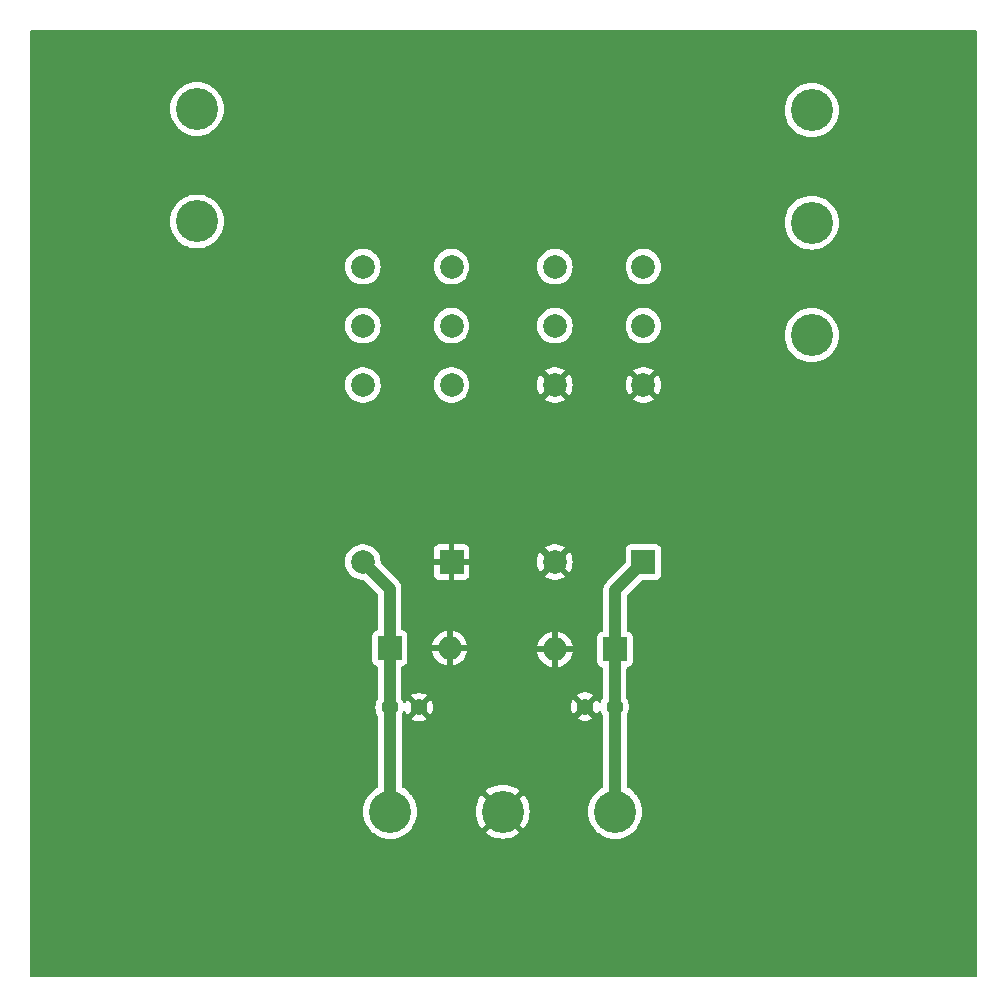
<source format=gbr>
%TF.GenerationSoftware,KiCad,Pcbnew,7.0.7+dfsg-1*%
%TF.CreationDate,2023-09-26T20:47:15-04:00*%
%TF.ProjectId,Relaybox,52656c61-7962-46f7-982e-6b696361645f,v1*%
%TF.SameCoordinates,Original*%
%TF.FileFunction,Copper,L2,Bot*%
%TF.FilePolarity,Positive*%
%FSLAX46Y46*%
G04 Gerber Fmt 4.6, Leading zero omitted, Abs format (unit mm)*
G04 Created by KiCad (PCBNEW 7.0.7+dfsg-1) date 2023-09-26 20:47:15*
%MOMM*%
%LPD*%
G01*
G04 APERTURE LIST*
%TA.AperFunction,ComponentPad*%
%ADD10C,1.400000*%
%TD*%
%TA.AperFunction,ComponentPad*%
%ADD11C,3.556000*%
%TD*%
%TA.AperFunction,ComponentPad*%
%ADD12R,2.000000X2.000000*%
%TD*%
%TA.AperFunction,ComponentPad*%
%ADD13C,2.000000*%
%TD*%
%TA.AperFunction,ComponentPad*%
%ADD14O,2.000000X2.000000*%
%TD*%
%TA.AperFunction,Conductor*%
%ADD15C,1.000000*%
%TD*%
G04 APERTURE END LIST*
D10*
%TO.P,C2,1*%
%TO.N,Net-(D1-A)*%
X123700000Y-121050000D03*
%TO.P,C2,2*%
%TO.N,Net-(D2-K)*%
X126200000Y-121050000D03*
%TD*%
D11*
%TO.P,J3,1,Pin_1*%
%TO.N,Net-(J3-Pin_1)*%
X142900000Y-89600000D03*
%TO.P,J3,2,Pin_2*%
%TO.N,Net-(J3-Pin_2)*%
X142900000Y-80075000D03*
%TO.P,J3,3,Pin_3*%
%TO.N,Net-(J2-Pin_2)*%
X142900000Y-70550000D03*
%TD*%
%TO.P,J2,1,Pin_1*%
%TO.N,Net-(J2-Pin_1)*%
X90845000Y-79972000D03*
%TO.P,J2,2,Pin_2*%
%TO.N,Net-(J2-Pin_2)*%
X90845000Y-70447000D03*
%TD*%
D12*
%TO.P,K2,1*%
%TO.N,Net-(D2-K)*%
X128650000Y-108800000D03*
D13*
%TO.P,K2,2*%
%TO.N,Net-(D1-A)*%
X128650000Y-93800000D03*
X121150000Y-93800000D03*
%TO.P,K2,3*%
%TO.N,Net-(J3-Pin_2)*%
X128650000Y-88800000D03*
X121150000Y-88800000D03*
%TO.P,K2,4*%
%TO.N,Net-(J2-Pin_2)*%
X128650000Y-83800000D03*
X121150000Y-83800000D03*
%TO.P,K2,8*%
%TO.N,Net-(D1-A)*%
X121150000Y-108800000D03*
%TD*%
D11*
%TO.P,J1,1,Pin_1*%
%TO.N,Net-(D1-K)*%
X107200000Y-129950000D03*
%TO.P,J1,2,Pin_2*%
%TO.N,Net-(D1-A)*%
X116725000Y-129950000D03*
%TO.P,J1,3,Pin_3*%
%TO.N,Net-(D2-K)*%
X126250000Y-129950000D03*
%TD*%
D12*
%TO.P,D1,1,K*%
%TO.N,Net-(D1-K)*%
X107160000Y-116100000D03*
D14*
%TO.P,D1,2,A*%
%TO.N,Net-(D1-A)*%
X112240000Y-116100000D03*
%TD*%
D10*
%TO.P,C1,1*%
%TO.N,Net-(D1-A)*%
X109650000Y-121100000D03*
%TO.P,C1,2*%
%TO.N,Net-(D1-K)*%
X107150000Y-121100000D03*
%TD*%
D12*
%TO.P,D2,1,K*%
%TO.N,Net-(D2-K)*%
X126240000Y-116200000D03*
D14*
%TO.P,D2,2,A*%
%TO.N,Net-(D1-A)*%
X121160000Y-116200000D03*
%TD*%
D12*
%TO.P,K1,1*%
%TO.N,Net-(D1-A)*%
X112400000Y-108800000D03*
D13*
%TO.P,K1,2*%
%TO.N,Net-(J2-Pin_2)*%
X112400000Y-93800000D03*
X104900000Y-93800000D03*
%TO.P,K1,3*%
%TO.N,Net-(J2-Pin_1)*%
X112400000Y-88800000D03*
X104900000Y-88800000D03*
%TO.P,K1,4*%
%TO.N,Net-(J3-Pin_1)*%
X112400000Y-83800000D03*
X104900000Y-83800000D03*
%TO.P,K1,8*%
%TO.N,Net-(D1-K)*%
X104900000Y-108800000D03*
%TD*%
D15*
%TO.N,Net-(D1-K)*%
X107200000Y-121150000D02*
X107150000Y-121100000D01*
X107150000Y-116110000D02*
X107160000Y-116100000D01*
X107200000Y-129950000D02*
X107200000Y-121150000D01*
X107160000Y-116100000D02*
X107160000Y-111060000D01*
X107160000Y-111060000D02*
X104900000Y-108800000D01*
X107150000Y-121100000D02*
X107150000Y-116110000D01*
%TO.N,Net-(D2-K)*%
X126240000Y-116200000D02*
X126240000Y-111210000D01*
X126200000Y-121050000D02*
X126200000Y-116240000D01*
X126250000Y-121100000D02*
X126200000Y-121050000D01*
X126200000Y-116240000D02*
X126240000Y-116200000D01*
X126250000Y-129950000D02*
X126250000Y-121100000D01*
X126240000Y-111210000D02*
X128650000Y-108800000D01*
%TD*%
%TA.AperFunction,Conductor*%
%TO.N,Net-(D1-A)*%
G36*
X156842539Y-63770185D02*
G01*
X156888294Y-63822989D01*
X156899500Y-63874500D01*
X156899500Y-143825500D01*
X156879815Y-143892539D01*
X156827011Y-143938294D01*
X156775500Y-143949500D01*
X76824500Y-143949500D01*
X76757461Y-143929815D01*
X76711706Y-143877011D01*
X76700500Y-143825500D01*
X76700500Y-108800005D01*
X103394357Y-108800005D01*
X103414890Y-109047812D01*
X103414892Y-109047824D01*
X103475936Y-109288881D01*
X103575826Y-109516606D01*
X103711833Y-109724782D01*
X103711836Y-109724785D01*
X103880256Y-109907738D01*
X104076491Y-110060474D01*
X104076493Y-110060475D01*
X104294332Y-110178364D01*
X104295190Y-110178828D01*
X104483136Y-110243350D01*
X104528964Y-110259083D01*
X104530386Y-110259571D01*
X104775665Y-110300500D01*
X104934217Y-110300500D01*
X105001256Y-110320185D01*
X105021898Y-110336819D01*
X106123180Y-111438101D01*
X106156665Y-111499424D01*
X106159499Y-111525782D01*
X106159499Y-114483023D01*
X106139814Y-114550062D01*
X106087010Y-114595817D01*
X106059865Y-114603266D01*
X106060068Y-114604124D01*
X106052520Y-114605907D01*
X105917671Y-114656202D01*
X105917664Y-114656206D01*
X105802455Y-114742452D01*
X105802452Y-114742455D01*
X105716206Y-114857664D01*
X105716202Y-114857671D01*
X105665908Y-114992517D01*
X105659501Y-115052116D01*
X105659501Y-115052123D01*
X105659500Y-115052135D01*
X105659500Y-117147870D01*
X105659501Y-117147876D01*
X105665908Y-117207483D01*
X105716202Y-117342328D01*
X105716206Y-117342335D01*
X105802452Y-117457544D01*
X105802455Y-117457547D01*
X105917664Y-117543793D01*
X105917671Y-117543797D01*
X105954529Y-117557544D01*
X106052517Y-117594091D01*
X106052531Y-117594092D01*
X106054003Y-117594441D01*
X106055044Y-117595033D01*
X106059785Y-117596802D01*
X106059498Y-117597569D01*
X106114722Y-117629008D01*
X106147115Y-117690916D01*
X106149500Y-117715121D01*
X106149500Y-120391229D01*
X106129815Y-120458268D01*
X106125234Y-120464837D01*
X106124944Y-120465305D01*
X106025775Y-120664461D01*
X106025769Y-120664476D01*
X105964885Y-120878462D01*
X105964884Y-120878464D01*
X105944357Y-121099999D01*
X105944357Y-121100000D01*
X105964884Y-121321535D01*
X105964885Y-121321537D01*
X106025769Y-121535523D01*
X106025775Y-121535538D01*
X106124938Y-121734683D01*
X106124943Y-121734691D01*
X106174454Y-121800253D01*
X106199146Y-121865614D01*
X106199500Y-121874980D01*
X106199499Y-127825789D01*
X106179814Y-127892828D01*
X106130344Y-127937001D01*
X106058307Y-127972526D01*
X105809959Y-128138467D01*
X105585399Y-128335399D01*
X105388467Y-128559959D01*
X105222530Y-128808300D01*
X105222523Y-128808313D01*
X105090431Y-129076168D01*
X105090422Y-129076189D01*
X104994418Y-129359007D01*
X104994414Y-129359022D01*
X104936148Y-129651947D01*
X104936144Y-129651974D01*
X104916611Y-129949992D01*
X104916611Y-129950007D01*
X104936144Y-130248025D01*
X104936145Y-130248035D01*
X104936146Y-130248042D01*
X104936148Y-130248052D01*
X104994414Y-130540977D01*
X104994419Y-130540997D01*
X105090420Y-130823807D01*
X105090424Y-130823817D01*
X105160541Y-130966000D01*
X105222527Y-131091695D01*
X105388260Y-131339731D01*
X105388467Y-131340040D01*
X105585399Y-131564600D01*
X105760758Y-131718384D01*
X105809961Y-131761534D01*
X106058305Y-131927473D01*
X106188302Y-131991580D01*
X106326182Y-132059575D01*
X106326192Y-132059579D01*
X106609002Y-132155580D01*
X106609006Y-132155581D01*
X106609015Y-132155584D01*
X106901958Y-132213854D01*
X106930577Y-132215729D01*
X107199993Y-132233389D01*
X107200000Y-132233389D01*
X107200007Y-132233389D01*
X107438607Y-132217749D01*
X107498042Y-132213854D01*
X107790985Y-132155584D01*
X107792423Y-132155096D01*
X108073807Y-132059579D01*
X108073817Y-132059575D01*
X108074756Y-132059112D01*
X108341695Y-131927473D01*
X108590039Y-131761534D01*
X108814600Y-131564600D01*
X109011534Y-131340039D01*
X109177473Y-131091695D01*
X109309576Y-130823815D01*
X109309641Y-130823625D01*
X109405580Y-130540997D01*
X109405580Y-130540996D01*
X109405584Y-130540985D01*
X109463854Y-130248042D01*
X109467749Y-130188607D01*
X109483389Y-129950007D01*
X109483389Y-129950000D01*
X114442112Y-129950000D01*
X114461642Y-130247975D01*
X114461643Y-130247984D01*
X114519899Y-130540850D01*
X114519903Y-130540867D01*
X114615883Y-130823615D01*
X114615887Y-130823625D01*
X114747961Y-131091445D01*
X114913863Y-131339735D01*
X114945563Y-131375881D01*
X114945564Y-131375881D01*
X115746995Y-130574450D01*
X115808318Y-130540965D01*
X115878009Y-130545949D01*
X115930529Y-130583466D01*
X116003102Y-130671897D01*
X116091532Y-130744469D01*
X116130866Y-130802214D01*
X116132737Y-130872059D01*
X116100548Y-130928003D01*
X115299117Y-131729434D01*
X115299117Y-131729435D01*
X115335266Y-131761136D01*
X115335271Y-131761141D01*
X115583554Y-131927038D01*
X115851374Y-132059112D01*
X115851384Y-132059116D01*
X116134132Y-132155096D01*
X116134149Y-132155100D01*
X116427015Y-132213356D01*
X116427024Y-132213357D01*
X116725000Y-132232887D01*
X117022975Y-132213357D01*
X117022984Y-132213356D01*
X117315850Y-132155100D01*
X117315867Y-132155096D01*
X117598615Y-132059116D01*
X117598625Y-132059112D01*
X117866445Y-131927038D01*
X118114731Y-131761139D01*
X118150881Y-131729434D01*
X117349450Y-130928003D01*
X117315965Y-130866680D01*
X117320949Y-130796988D01*
X117358464Y-130744472D01*
X117446897Y-130671897D01*
X117519471Y-130583464D01*
X117577213Y-130544132D01*
X117647058Y-130542261D01*
X117703003Y-130574450D01*
X118504434Y-131375881D01*
X118536139Y-131339731D01*
X118702038Y-131091445D01*
X118834112Y-130823625D01*
X118834116Y-130823615D01*
X118930096Y-130540867D01*
X118930100Y-130540850D01*
X118988356Y-130247984D01*
X118988357Y-130247975D01*
X119007887Y-129950000D01*
X118988357Y-129652024D01*
X118988356Y-129652015D01*
X118930100Y-129359149D01*
X118930096Y-129359132D01*
X118834116Y-129076384D01*
X118834112Y-129076374D01*
X118702038Y-128808554D01*
X118536141Y-128560271D01*
X118536136Y-128560266D01*
X118504434Y-128524117D01*
X117703003Y-129325548D01*
X117641680Y-129359033D01*
X117571988Y-129354049D01*
X117519469Y-129316532D01*
X117446897Y-129228102D01*
X117358466Y-129155529D01*
X117319132Y-129097784D01*
X117317261Y-129027939D01*
X117349450Y-128971995D01*
X118150881Y-128170564D01*
X118150881Y-128170563D01*
X118114735Y-128138863D01*
X117866445Y-127972961D01*
X117598625Y-127840887D01*
X117598615Y-127840883D01*
X117315867Y-127744903D01*
X117315850Y-127744899D01*
X117022984Y-127686643D01*
X117022975Y-127686642D01*
X116724999Y-127667112D01*
X116427024Y-127686642D01*
X116427015Y-127686643D01*
X116134149Y-127744899D01*
X116134132Y-127744903D01*
X115851384Y-127840883D01*
X115851374Y-127840887D01*
X115583554Y-127972961D01*
X115335267Y-128138861D01*
X115335261Y-128138866D01*
X115299117Y-128170562D01*
X115299117Y-128170565D01*
X116100548Y-128971995D01*
X116134033Y-129033318D01*
X116129049Y-129103009D01*
X116091533Y-129155528D01*
X116003102Y-129228102D01*
X115930528Y-129316533D01*
X115872782Y-129355867D01*
X115802938Y-129357736D01*
X115746995Y-129325548D01*
X114945565Y-128524117D01*
X114945562Y-128524117D01*
X114913866Y-128560261D01*
X114913861Y-128560267D01*
X114747961Y-128808554D01*
X114615887Y-129076374D01*
X114615883Y-129076384D01*
X114519903Y-129359132D01*
X114519899Y-129359149D01*
X114461643Y-129652015D01*
X114461642Y-129652024D01*
X114442112Y-129950000D01*
X109483389Y-129950000D01*
X109483389Y-129949992D01*
X109463855Y-129651974D01*
X109463854Y-129651958D01*
X109405584Y-129359015D01*
X109309576Y-129076185D01*
X109288436Y-129033318D01*
X109177476Y-128808313D01*
X109177473Y-128808306D01*
X109011534Y-128559961D01*
X108968384Y-128510758D01*
X108814600Y-128335399D01*
X108590040Y-128138467D01*
X108590039Y-128138466D01*
X108341695Y-127972527D01*
X108341693Y-127972526D01*
X108269655Y-127937000D01*
X108218236Y-127889694D01*
X108200500Y-127825788D01*
X108200500Y-121712758D01*
X108213500Y-121657486D01*
X108225397Y-121633594D01*
X108274229Y-121535528D01*
X108280994Y-121511750D01*
X108318271Y-121452661D01*
X108381580Y-121423102D01*
X108450820Y-121432463D01*
X108504007Y-121477772D01*
X108519525Y-121511753D01*
X108526236Y-121535342D01*
X108526239Y-121535348D01*
X108625369Y-121734428D01*
X108641137Y-121755308D01*
X108641138Y-121755308D01*
X109149447Y-121247000D01*
X109210770Y-121213515D01*
X109280462Y-121218499D01*
X109336395Y-121260371D01*
X109340933Y-121266854D01*
X109343993Y-121271537D01*
X109376658Y-121321535D01*
X109388936Y-121340327D01*
X109424360Y-121367898D01*
X109488600Y-121417898D01*
X109529413Y-121474609D01*
X109533088Y-121544382D01*
X109500119Y-121603433D01*
X108996672Y-122106879D01*
X108996672Y-122106880D01*
X109112821Y-122178797D01*
X109112822Y-122178798D01*
X109320195Y-122259134D01*
X109538807Y-122300000D01*
X109761193Y-122300000D01*
X109979809Y-122259133D01*
X110187168Y-122178801D01*
X110187181Y-122178795D01*
X110303326Y-122106879D01*
X109796406Y-121599958D01*
X109762921Y-121538635D01*
X109767905Y-121468943D01*
X109809777Y-121413010D01*
X109825062Y-121403227D01*
X109867947Y-121380019D01*
X109947060Y-121294079D01*
X109950554Y-121286111D01*
X109995504Y-121232628D01*
X110062239Y-121211934D01*
X110129568Y-121230605D01*
X110151791Y-121248239D01*
X110658861Y-121755308D01*
X110674631Y-121734425D01*
X110674633Y-121734422D01*
X110773759Y-121535350D01*
X110834621Y-121321439D01*
X110855141Y-121100000D01*
X110855141Y-121099999D01*
X110850508Y-121050000D01*
X122494859Y-121050000D01*
X122515378Y-121271439D01*
X122576240Y-121485350D01*
X122675369Y-121684428D01*
X122691137Y-121705308D01*
X122691138Y-121705308D01*
X123199447Y-121197000D01*
X123260770Y-121163515D01*
X123330462Y-121168499D01*
X123386395Y-121210371D01*
X123390937Y-121216859D01*
X123436184Y-121286116D01*
X123438936Y-121290327D01*
X123479034Y-121321536D01*
X123538600Y-121367898D01*
X123579413Y-121424609D01*
X123583088Y-121494382D01*
X123550119Y-121553433D01*
X123046672Y-122056879D01*
X123046672Y-122056880D01*
X123162821Y-122128797D01*
X123162822Y-122128798D01*
X123370195Y-122209134D01*
X123588807Y-122250000D01*
X123811193Y-122250000D01*
X124029809Y-122209133D01*
X124237168Y-122128801D01*
X124237181Y-122128795D01*
X124353326Y-122056879D01*
X123846406Y-121549958D01*
X123812921Y-121488635D01*
X123817905Y-121418943D01*
X123859777Y-121363010D01*
X123875062Y-121353227D01*
X123917947Y-121330019D01*
X123997060Y-121244079D01*
X124000554Y-121236111D01*
X124045504Y-121182628D01*
X124112239Y-121161934D01*
X124179568Y-121180605D01*
X124201791Y-121198239D01*
X124708861Y-121705308D01*
X124724631Y-121684425D01*
X124724633Y-121684422D01*
X124823760Y-121485348D01*
X124823761Y-121485345D01*
X124830473Y-121461756D01*
X124867750Y-121402662D01*
X124931059Y-121373102D01*
X125000299Y-121382462D01*
X125053487Y-121427771D01*
X125069005Y-121461750D01*
X125075771Y-121485528D01*
X125075772Y-121485530D01*
X125075775Y-121485538D01*
X125174938Y-121684683D01*
X125174942Y-121684689D01*
X125224452Y-121750252D01*
X125249145Y-121815611D01*
X125249499Y-121824978D01*
X125249499Y-127825789D01*
X125229814Y-127892828D01*
X125180344Y-127937001D01*
X125108307Y-127972526D01*
X124859959Y-128138467D01*
X124635399Y-128335399D01*
X124438467Y-128559959D01*
X124272530Y-128808300D01*
X124272523Y-128808313D01*
X124140431Y-129076168D01*
X124140422Y-129076189D01*
X124044418Y-129359007D01*
X124044414Y-129359022D01*
X123986148Y-129651947D01*
X123986144Y-129651974D01*
X123966611Y-129949992D01*
X123966611Y-129950007D01*
X123986144Y-130248025D01*
X123986145Y-130248035D01*
X123986146Y-130248042D01*
X123986148Y-130248052D01*
X124044414Y-130540977D01*
X124044419Y-130540997D01*
X124140420Y-130823807D01*
X124140424Y-130823817D01*
X124210541Y-130966000D01*
X124272527Y-131091695D01*
X124438260Y-131339731D01*
X124438467Y-131340040D01*
X124635399Y-131564600D01*
X124810758Y-131718384D01*
X124859961Y-131761534D01*
X125108305Y-131927473D01*
X125238302Y-131991580D01*
X125376182Y-132059575D01*
X125376192Y-132059579D01*
X125659002Y-132155580D01*
X125659006Y-132155581D01*
X125659015Y-132155584D01*
X125951958Y-132213854D01*
X125980577Y-132215729D01*
X126249993Y-132233389D01*
X126250000Y-132233389D01*
X126250007Y-132233389D01*
X126488607Y-132217749D01*
X126548042Y-132213854D01*
X126840985Y-132155584D01*
X126842423Y-132155096D01*
X127123807Y-132059579D01*
X127123817Y-132059575D01*
X127124756Y-132059112D01*
X127391695Y-131927473D01*
X127640039Y-131761534D01*
X127864600Y-131564600D01*
X128061534Y-131340039D01*
X128227473Y-131091695D01*
X128359576Y-130823815D01*
X128359641Y-130823625D01*
X128455580Y-130540997D01*
X128455580Y-130540996D01*
X128455584Y-130540985D01*
X128513854Y-130248042D01*
X128517749Y-130188607D01*
X128533389Y-129950007D01*
X128533389Y-129949992D01*
X128513855Y-129651974D01*
X128513854Y-129651958D01*
X128455584Y-129359015D01*
X128359576Y-129076185D01*
X128338436Y-129033318D01*
X128227476Y-128808313D01*
X128227473Y-128808306D01*
X128061534Y-128559961D01*
X128018384Y-128510758D01*
X127864600Y-128335399D01*
X127640040Y-128138467D01*
X127640039Y-128138466D01*
X127391695Y-127972527D01*
X127391693Y-127972526D01*
X127319655Y-127937000D01*
X127268236Y-127889694D01*
X127250500Y-127825788D01*
X127250500Y-121662758D01*
X127263500Y-121607486D01*
X127324229Y-121485528D01*
X127385115Y-121271536D01*
X127405643Y-121050000D01*
X127402204Y-121012892D01*
X127385115Y-120828464D01*
X127385114Y-120828462D01*
X127382700Y-120819979D01*
X127324229Y-120614472D01*
X127322681Y-120611364D01*
X127225055Y-120415305D01*
X127222038Y-120410432D01*
X127223187Y-120409720D01*
X127200853Y-120350583D01*
X127200500Y-120341229D01*
X127200500Y-117821276D01*
X127220185Y-117754237D01*
X127272989Y-117708482D01*
X127311247Y-117697986D01*
X127347483Y-117694091D01*
X127482331Y-117643796D01*
X127597546Y-117557546D01*
X127683796Y-117442331D01*
X127734091Y-117307483D01*
X127740500Y-117247873D01*
X127740499Y-115152128D01*
X127734091Y-115092517D01*
X127719027Y-115052129D01*
X127683797Y-114957671D01*
X127683793Y-114957664D01*
X127597547Y-114842455D01*
X127597544Y-114842452D01*
X127482335Y-114756206D01*
X127482328Y-114756202D01*
X127347482Y-114705908D01*
X127339938Y-114704126D01*
X127340474Y-114701853D01*
X127286688Y-114679571D01*
X127246843Y-114622177D01*
X127240500Y-114583024D01*
X127240500Y-111675782D01*
X127260185Y-111608743D01*
X127276814Y-111588106D01*
X128528102Y-110336817D01*
X128589425Y-110303333D01*
X128615783Y-110300499D01*
X129697871Y-110300499D01*
X129697872Y-110300499D01*
X129757483Y-110294091D01*
X129892331Y-110243796D01*
X130007546Y-110157546D01*
X130093796Y-110042331D01*
X130144091Y-109907483D01*
X130150500Y-109847873D01*
X130150499Y-107752128D01*
X130144091Y-107692517D01*
X130100778Y-107576390D01*
X130093797Y-107557671D01*
X130093793Y-107557664D01*
X130007547Y-107442455D01*
X130007544Y-107442452D01*
X129892335Y-107356206D01*
X129892328Y-107356202D01*
X129757482Y-107305908D01*
X129757483Y-107305908D01*
X129697883Y-107299501D01*
X129697881Y-107299500D01*
X129697873Y-107299500D01*
X129697864Y-107299500D01*
X127602129Y-107299500D01*
X127602123Y-107299501D01*
X127542516Y-107305908D01*
X127407671Y-107356202D01*
X127407664Y-107356206D01*
X127292455Y-107442452D01*
X127292452Y-107442455D01*
X127206206Y-107557664D01*
X127206202Y-107557671D01*
X127155908Y-107692517D01*
X127149501Y-107752116D01*
X127149501Y-107752123D01*
X127149500Y-107752135D01*
X127149500Y-108834216D01*
X127129815Y-108901255D01*
X127113181Y-108921897D01*
X125541532Y-110493546D01*
X125476946Y-110554942D01*
X125441899Y-110605294D01*
X125439062Y-110609056D01*
X125400302Y-110656592D01*
X125400299Y-110656597D01*
X125384392Y-110687047D01*
X125380324Y-110693761D01*
X125360702Y-110721954D01*
X125336509Y-110778330D01*
X125334488Y-110782584D01*
X125306091Y-110836951D01*
X125306090Y-110836952D01*
X125296640Y-110869975D01*
X125294007Y-110877371D01*
X125280459Y-110908943D01*
X125268113Y-110969019D01*
X125266990Y-110973595D01*
X125250113Y-111032577D01*
X125250113Y-111032579D01*
X125247503Y-111066841D01*
X125246414Y-111074608D01*
X125240980Y-111101052D01*
X125239500Y-111108258D01*
X125239500Y-111169597D01*
X125239321Y-111174306D01*
X125234662Y-111235473D01*
X125239002Y-111269549D01*
X125239499Y-111277389D01*
X125239499Y-114583023D01*
X125219814Y-114650062D01*
X125167010Y-114695817D01*
X125139865Y-114703266D01*
X125140068Y-114704124D01*
X125132520Y-114705907D01*
X124997671Y-114756202D01*
X124997664Y-114756206D01*
X124882455Y-114842452D01*
X124882452Y-114842455D01*
X124796206Y-114957664D01*
X124796202Y-114957671D01*
X124745908Y-115092517D01*
X124739501Y-115152116D01*
X124739501Y-115152123D01*
X124739500Y-115152135D01*
X124739500Y-117247870D01*
X124739501Y-117247876D01*
X124745908Y-117307483D01*
X124796202Y-117442328D01*
X124796206Y-117442335D01*
X124882452Y-117557544D01*
X124882455Y-117557547D01*
X124997664Y-117643793D01*
X124997671Y-117643797D01*
X125064977Y-117668900D01*
X125118833Y-117688987D01*
X125174766Y-117730858D01*
X125199184Y-117796322D01*
X125199500Y-117805169D01*
X125199500Y-120341229D01*
X125179815Y-120408268D01*
X125175234Y-120414837D01*
X125174944Y-120415305D01*
X125075775Y-120614461D01*
X125075768Y-120614479D01*
X125069005Y-120638249D01*
X125031725Y-120697342D01*
X124968414Y-120726898D01*
X124899175Y-120717534D01*
X124845990Y-120672223D01*
X124830473Y-120638244D01*
X124823761Y-120614652D01*
X124823760Y-120614651D01*
X124724635Y-120415580D01*
X124724630Y-120415572D01*
X124708860Y-120394690D01*
X124200552Y-120902999D01*
X124139229Y-120936484D01*
X124069537Y-120931500D01*
X124013604Y-120889628D01*
X124009062Y-120883139D01*
X123961065Y-120809674D01*
X123961062Y-120809671D01*
X123861399Y-120732100D01*
X123820586Y-120675390D01*
X123816911Y-120605617D01*
X123849880Y-120546566D01*
X124353327Y-120043119D01*
X124237178Y-119971202D01*
X124237177Y-119971201D01*
X124029804Y-119890865D01*
X123811193Y-119850000D01*
X123588807Y-119850000D01*
X123370195Y-119890865D01*
X123162824Y-119971200D01*
X123162823Y-119971201D01*
X123046671Y-120043119D01*
X123553594Y-120550041D01*
X123587079Y-120611364D01*
X123582095Y-120681055D01*
X123540224Y-120736989D01*
X123524931Y-120746776D01*
X123482056Y-120769979D01*
X123482052Y-120769981D01*
X123402939Y-120855922D01*
X123399441Y-120863896D01*
X123354481Y-120917379D01*
X123287744Y-120938065D01*
X123220417Y-120919386D01*
X123198207Y-120901760D01*
X122691137Y-120394690D01*
X122691137Y-120394691D01*
X122675368Y-120415574D01*
X122576240Y-120614649D01*
X122515378Y-120828560D01*
X122494859Y-121049999D01*
X122494859Y-121050000D01*
X110850508Y-121050000D01*
X110834621Y-120878560D01*
X110773759Y-120664649D01*
X110674635Y-120465580D01*
X110674630Y-120465572D01*
X110658860Y-120444690D01*
X110150552Y-120952999D01*
X110089229Y-120986484D01*
X110019537Y-120981500D01*
X109963604Y-120939628D01*
X109959062Y-120933139D01*
X109911065Y-120859674D01*
X109911062Y-120859671D01*
X109811399Y-120782100D01*
X109770586Y-120725390D01*
X109766911Y-120655617D01*
X109799880Y-120596566D01*
X110303327Y-120093119D01*
X110187178Y-120021202D01*
X110187177Y-120021201D01*
X109979804Y-119940865D01*
X109761193Y-119900000D01*
X109538807Y-119900000D01*
X109320195Y-119940865D01*
X109112824Y-120021200D01*
X109112823Y-120021201D01*
X108996671Y-120093119D01*
X109503594Y-120600041D01*
X109537079Y-120661364D01*
X109532095Y-120731055D01*
X109490224Y-120786989D01*
X109474931Y-120796776D01*
X109432056Y-120819979D01*
X109432052Y-120819981D01*
X109352939Y-120905922D01*
X109349441Y-120913896D01*
X109304481Y-120967379D01*
X109237744Y-120988065D01*
X109170417Y-120969386D01*
X109148207Y-120951760D01*
X108641138Y-120444690D01*
X108641137Y-120444691D01*
X108625368Y-120465574D01*
X108526239Y-120664651D01*
X108526238Y-120664652D01*
X108519525Y-120688248D01*
X108482245Y-120747340D01*
X108418935Y-120776898D01*
X108349696Y-120767535D01*
X108296510Y-120722224D01*
X108280995Y-120688253D01*
X108274229Y-120664472D01*
X108274224Y-120664461D01*
X108175061Y-120465316D01*
X108172041Y-120460439D01*
X108173189Y-120459727D01*
X108150852Y-120400582D01*
X108150499Y-120391228D01*
X108150499Y-119850000D01*
X108150499Y-117718047D01*
X108170184Y-117651012D01*
X108222988Y-117605257D01*
X108261251Y-117594761D01*
X108264227Y-117594441D01*
X108267483Y-117594091D01*
X108402331Y-117543796D01*
X108517546Y-117457546D01*
X108603796Y-117342331D01*
X108654091Y-117207483D01*
X108660500Y-117147873D01*
X108660500Y-116350000D01*
X110755960Y-116350000D01*
X110816411Y-116588716D01*
X110916267Y-116816367D01*
X111052232Y-117024478D01*
X111220592Y-117207364D01*
X111220602Y-117207373D01*
X111416762Y-117360051D01*
X111416771Y-117360057D01*
X111635385Y-117478364D01*
X111635396Y-117478369D01*
X111870507Y-117559083D01*
X111989999Y-117579023D01*
X111990000Y-117579022D01*
X111990000Y-116712301D01*
X112009685Y-116645262D01*
X112062489Y-116599507D01*
X112131647Y-116589563D01*
X112204237Y-116600000D01*
X112204238Y-116600000D01*
X112275762Y-116600000D01*
X112275763Y-116600000D01*
X112348353Y-116589563D01*
X112417512Y-116599507D01*
X112470315Y-116645262D01*
X112490000Y-116712301D01*
X112490000Y-117579023D01*
X112609492Y-117559083D01*
X112844603Y-117478369D01*
X112844614Y-117478364D01*
X113063228Y-117360057D01*
X113063237Y-117360051D01*
X113259397Y-117207373D01*
X113259407Y-117207364D01*
X113427767Y-117024478D01*
X113563732Y-116816367D01*
X113663588Y-116588716D01*
X113698716Y-116450000D01*
X119675960Y-116450000D01*
X119736411Y-116688716D01*
X119836267Y-116916367D01*
X119972232Y-117124478D01*
X120140592Y-117307364D01*
X120140602Y-117307373D01*
X120336762Y-117460051D01*
X120336771Y-117460057D01*
X120555385Y-117578364D01*
X120555396Y-117578369D01*
X120790507Y-117659083D01*
X120909999Y-117679023D01*
X120910000Y-117679022D01*
X120910000Y-116812301D01*
X120929685Y-116745262D01*
X120982489Y-116699507D01*
X121051647Y-116689563D01*
X121124237Y-116700000D01*
X121124238Y-116700000D01*
X121195762Y-116700000D01*
X121195763Y-116700000D01*
X121268352Y-116689563D01*
X121337510Y-116699507D01*
X121390314Y-116745261D01*
X121409999Y-116812301D01*
X121409999Y-117679022D01*
X121410000Y-117679023D01*
X121529492Y-117659083D01*
X121764603Y-117578369D01*
X121764614Y-117578364D01*
X121983228Y-117460057D01*
X121983237Y-117460051D01*
X122179397Y-117307373D01*
X122179407Y-117307364D01*
X122347767Y-117124478D01*
X122483732Y-116916367D01*
X122583588Y-116688716D01*
X122644040Y-116450000D01*
X121773347Y-116450000D01*
X121706308Y-116430315D01*
X121660553Y-116377511D01*
X121650609Y-116308353D01*
X121654369Y-116291067D01*
X121660000Y-116271888D01*
X121660000Y-116128111D01*
X121654369Y-116108933D01*
X121654370Y-116039064D01*
X121692145Y-115980286D01*
X121755701Y-115951262D01*
X121773347Y-115950000D01*
X122644040Y-115950000D01*
X122583588Y-115711283D01*
X122483732Y-115483632D01*
X122347767Y-115275521D01*
X122179407Y-115092635D01*
X122179397Y-115092626D01*
X121983237Y-114939948D01*
X121983228Y-114939942D01*
X121764614Y-114821635D01*
X121764603Y-114821630D01*
X121529492Y-114740916D01*
X121410000Y-114720976D01*
X121409999Y-114720976D01*
X121409999Y-115587698D01*
X121390314Y-115654738D01*
X121337510Y-115700492D01*
X121268353Y-115710436D01*
X121195764Y-115700000D01*
X121195763Y-115700000D01*
X121124237Y-115700000D01*
X121124233Y-115700000D01*
X121051645Y-115710436D01*
X120982487Y-115700492D01*
X120929684Y-115654736D01*
X120910000Y-115587698D01*
X120910000Y-114720976D01*
X120909999Y-114720976D01*
X120790507Y-114740916D01*
X120555396Y-114821630D01*
X120555385Y-114821635D01*
X120336771Y-114939942D01*
X120336762Y-114939948D01*
X120140602Y-115092626D01*
X120140592Y-115092635D01*
X119972232Y-115275521D01*
X119836267Y-115483632D01*
X119736411Y-115711283D01*
X119675960Y-115950000D01*
X120546653Y-115950000D01*
X120613692Y-115969685D01*
X120659447Y-116022489D01*
X120669391Y-116091647D01*
X120665631Y-116108933D01*
X120660000Y-116128111D01*
X120660000Y-116271888D01*
X120665631Y-116291067D01*
X120665630Y-116360936D01*
X120627855Y-116419714D01*
X120564299Y-116448738D01*
X120546653Y-116450000D01*
X119675960Y-116450000D01*
X113698716Y-116450000D01*
X113724040Y-116350000D01*
X112853347Y-116350000D01*
X112786308Y-116330315D01*
X112740553Y-116277511D01*
X112730609Y-116208353D01*
X112734369Y-116191067D01*
X112740000Y-116171888D01*
X112740000Y-116028111D01*
X112734369Y-116008933D01*
X112734370Y-115939064D01*
X112772145Y-115880286D01*
X112835701Y-115851262D01*
X112853347Y-115850000D01*
X113724040Y-115850000D01*
X113663588Y-115611283D01*
X113563732Y-115383632D01*
X113427767Y-115175521D01*
X113259407Y-114992635D01*
X113259397Y-114992626D01*
X113063237Y-114839948D01*
X113063228Y-114839942D01*
X112844614Y-114721635D01*
X112844603Y-114721630D01*
X112609492Y-114640916D01*
X112490000Y-114620976D01*
X112490000Y-115487698D01*
X112470315Y-115554737D01*
X112417511Y-115600492D01*
X112348355Y-115610436D01*
X112275766Y-115600000D01*
X112275763Y-115600000D01*
X112204237Y-115600000D01*
X112204233Y-115600000D01*
X112131645Y-115610436D01*
X112062487Y-115600492D01*
X112009684Y-115554736D01*
X111990000Y-115487698D01*
X111990000Y-114620976D01*
X111989999Y-114620976D01*
X111870507Y-114640916D01*
X111635396Y-114721630D01*
X111635385Y-114721635D01*
X111416771Y-114839942D01*
X111416762Y-114839948D01*
X111220602Y-114992626D01*
X111220592Y-114992635D01*
X111052232Y-115175521D01*
X110916267Y-115383632D01*
X110816411Y-115611283D01*
X110755960Y-115850000D01*
X111626653Y-115850000D01*
X111693692Y-115869685D01*
X111739447Y-115922489D01*
X111749391Y-115991647D01*
X111745631Y-116008933D01*
X111740000Y-116028111D01*
X111740000Y-116171888D01*
X111745631Y-116191067D01*
X111745630Y-116260936D01*
X111707855Y-116319714D01*
X111644299Y-116348738D01*
X111626653Y-116350000D01*
X110755960Y-116350000D01*
X108660500Y-116350000D01*
X108660499Y-115052128D01*
X108654091Y-114992517D01*
X108641094Y-114957671D01*
X108603797Y-114857671D01*
X108603793Y-114857664D01*
X108517547Y-114742455D01*
X108517544Y-114742452D01*
X108402335Y-114656206D01*
X108402328Y-114656202D01*
X108267482Y-114605908D01*
X108259938Y-114604126D01*
X108260474Y-114601853D01*
X108206688Y-114579571D01*
X108166843Y-114522177D01*
X108160500Y-114483024D01*
X108160500Y-111072715D01*
X108162757Y-110983641D01*
X108162756Y-110983640D01*
X108162757Y-110983637D01*
X108151933Y-110923253D01*
X108151280Y-110918587D01*
X108147088Y-110877371D01*
X108145074Y-110857562D01*
X108134788Y-110824780D01*
X108132918Y-110817166D01*
X108126858Y-110783348D01*
X108104092Y-110726352D01*
X108102526Y-110721951D01*
X108084159Y-110663412D01*
X108080376Y-110656597D01*
X108067491Y-110633382D01*
X108064120Y-110626284D01*
X108051378Y-110594384D01*
X108051377Y-110594381D01*
X108043471Y-110582386D01*
X108017605Y-110543139D01*
X108015183Y-110539142D01*
X107985409Y-110485498D01*
X107963034Y-110459434D01*
X107958306Y-110453163D01*
X107939404Y-110424484D01*
X107939399Y-110424478D01*
X107917715Y-110402795D01*
X107896019Y-110381099D01*
X107892828Y-110377655D01*
X107852865Y-110331104D01*
X107825694Y-110310072D01*
X107819807Y-110304887D01*
X107362764Y-109847844D01*
X110900000Y-109847844D01*
X110906401Y-109907372D01*
X110906403Y-109907379D01*
X110956645Y-110042086D01*
X110956649Y-110042093D01*
X111042809Y-110157187D01*
X111042812Y-110157190D01*
X111157906Y-110243350D01*
X111157913Y-110243354D01*
X111292620Y-110293596D01*
X111292627Y-110293598D01*
X111352155Y-110299999D01*
X111352172Y-110300000D01*
X112149999Y-110300000D01*
X112149999Y-109566753D01*
X112169683Y-109499714D01*
X112222487Y-109453959D01*
X112291646Y-109444015D01*
X112304823Y-109446646D01*
X112317886Y-109450000D01*
X112317890Y-109450000D01*
X112440892Y-109450000D01*
X112440894Y-109450000D01*
X112440899Y-109449999D01*
X112440903Y-109449999D01*
X112488270Y-109444015D01*
X112510457Y-109441212D01*
X112579435Y-109452338D01*
X112631447Y-109498991D01*
X112649999Y-109564234D01*
X112649999Y-110299999D01*
X112650001Y-110300000D01*
X113447828Y-110300000D01*
X113447844Y-110299999D01*
X113507372Y-110293598D01*
X113507379Y-110293596D01*
X113642086Y-110243354D01*
X113642093Y-110243350D01*
X113757187Y-110157190D01*
X113757190Y-110157187D01*
X113843350Y-110042093D01*
X113843354Y-110042086D01*
X113893596Y-109907379D01*
X113893598Y-109907372D01*
X113899999Y-109847844D01*
X113900000Y-109847827D01*
X113900000Y-109050000D01*
X113163921Y-109050000D01*
X113096882Y-109030315D01*
X113051127Y-108977511D01*
X113041183Y-108908353D01*
X113042117Y-108902766D01*
X113045395Y-108885579D01*
X113053873Y-108841138D01*
X113051285Y-108800005D01*
X119644858Y-108800005D01*
X119665385Y-109047729D01*
X119665387Y-109047738D01*
X119726412Y-109288717D01*
X119826266Y-109516364D01*
X119926564Y-109669882D01*
X120432332Y-109164114D01*
X120493655Y-109130629D01*
X120563346Y-109135613D01*
X120619280Y-109177484D01*
X120624709Y-109185352D01*
X120645187Y-109217620D01*
X120645188Y-109217621D01*
X120764902Y-109330039D01*
X120768273Y-109332489D01*
X120770274Y-109335084D01*
X120770590Y-109335381D01*
X120770542Y-109335431D01*
X120810937Y-109387821D01*
X120816913Y-109457435D01*
X120784305Y-109519228D01*
X120783065Y-109520486D01*
X120279942Y-110023609D01*
X120326768Y-110060055D01*
X120326770Y-110060056D01*
X120545385Y-110178364D01*
X120545396Y-110178369D01*
X120780506Y-110259083D01*
X121025707Y-110300000D01*
X121274293Y-110300000D01*
X121519493Y-110259083D01*
X121754603Y-110178369D01*
X121754614Y-110178364D01*
X121973228Y-110060057D01*
X121973231Y-110060055D01*
X122020056Y-110023609D01*
X121513234Y-109516787D01*
X121479749Y-109455464D01*
X121484733Y-109385772D01*
X121526605Y-109329839D01*
X121527953Y-109328844D01*
X121598492Y-109277595D01*
X121684871Y-109173180D01*
X121742768Y-109134074D01*
X121812620Y-109132478D01*
X121868094Y-109164541D01*
X122373434Y-109669882D01*
X122473731Y-109516369D01*
X122573587Y-109288717D01*
X122634612Y-109047738D01*
X122634614Y-109047729D01*
X122655141Y-108800005D01*
X122655141Y-108799994D01*
X122634614Y-108552270D01*
X122634612Y-108552261D01*
X122573587Y-108311282D01*
X122473731Y-108083630D01*
X122373434Y-107930116D01*
X121867667Y-108435884D01*
X121806344Y-108469369D01*
X121736652Y-108464385D01*
X121680719Y-108422513D01*
X121675290Y-108414646D01*
X121673771Y-108412252D01*
X121654814Y-108382381D01*
X121590942Y-108322402D01*
X121535097Y-108269960D01*
X121531732Y-108267515D01*
X121529731Y-108264920D01*
X121529410Y-108264619D01*
X121529458Y-108264567D01*
X121489064Y-108212187D01*
X121483082Y-108142574D01*
X121515685Y-108080778D01*
X121516932Y-108079513D01*
X122020056Y-107576389D01*
X121973229Y-107539943D01*
X121754614Y-107421635D01*
X121754603Y-107421630D01*
X121519493Y-107340916D01*
X121274293Y-107300000D01*
X121025707Y-107300000D01*
X120780506Y-107340916D01*
X120545396Y-107421630D01*
X120545390Y-107421632D01*
X120326761Y-107539949D01*
X120279942Y-107576388D01*
X120279942Y-107576390D01*
X120786765Y-108083212D01*
X120820250Y-108144535D01*
X120815266Y-108214226D01*
X120773395Y-108270160D01*
X120771970Y-108271210D01*
X120701510Y-108322402D01*
X120701508Y-108322405D01*
X120615130Y-108426818D01*
X120557230Y-108465925D01*
X120487378Y-108467521D01*
X120431905Y-108435458D01*
X119926564Y-107930116D01*
X119826267Y-108083632D01*
X119726412Y-108311282D01*
X119665387Y-108552261D01*
X119665385Y-108552270D01*
X119644858Y-108799994D01*
X119644858Y-108800005D01*
X113051285Y-108800005D01*
X113043847Y-108681784D01*
X113059283Y-108613643D01*
X113109109Y-108564663D01*
X113167602Y-108550000D01*
X113900000Y-108550000D01*
X113900000Y-107752172D01*
X113899999Y-107752155D01*
X113893598Y-107692627D01*
X113893596Y-107692620D01*
X113843354Y-107557913D01*
X113843350Y-107557906D01*
X113757190Y-107442812D01*
X113757187Y-107442809D01*
X113642093Y-107356649D01*
X113642086Y-107356645D01*
X113507379Y-107306403D01*
X113507372Y-107306401D01*
X113447844Y-107300000D01*
X112650000Y-107300000D01*
X112650000Y-108033246D01*
X112630315Y-108100285D01*
X112577511Y-108146040D01*
X112508353Y-108155984D01*
X112495165Y-108153351D01*
X112482115Y-108150000D01*
X112482114Y-108150000D01*
X112359106Y-108150000D01*
X112359094Y-108150000D01*
X112289541Y-108158787D01*
X112220563Y-108147660D01*
X112168551Y-108101006D01*
X112150000Y-108035765D01*
X112150000Y-107300000D01*
X111352155Y-107300000D01*
X111292627Y-107306401D01*
X111292620Y-107306403D01*
X111157913Y-107356645D01*
X111157906Y-107356649D01*
X111042812Y-107442809D01*
X111042809Y-107442812D01*
X110956649Y-107557906D01*
X110956645Y-107557913D01*
X110906403Y-107692620D01*
X110906401Y-107692627D01*
X110900000Y-107752155D01*
X110900000Y-108550000D01*
X111636079Y-108550000D01*
X111703118Y-108569685D01*
X111748873Y-108622489D01*
X111758817Y-108691647D01*
X111757883Y-108697234D01*
X111746127Y-108758862D01*
X111755532Y-108908353D01*
X111756153Y-108918214D01*
X111740717Y-108986357D01*
X111690891Y-109035337D01*
X111632398Y-109050000D01*
X110900000Y-109050000D01*
X110900000Y-109847844D01*
X107362764Y-109847844D01*
X106439342Y-108924422D01*
X106405857Y-108863099D01*
X106403447Y-108826499D01*
X106405643Y-108800003D01*
X106405643Y-108799995D01*
X106385109Y-108552187D01*
X106385107Y-108552175D01*
X106324063Y-108311118D01*
X106224173Y-108083393D01*
X106088166Y-107875217D01*
X106066557Y-107851744D01*
X105919744Y-107692262D01*
X105723509Y-107539526D01*
X105723507Y-107539525D01*
X105723506Y-107539524D01*
X105504811Y-107421172D01*
X105504802Y-107421169D01*
X105269616Y-107340429D01*
X105024335Y-107299500D01*
X104775665Y-107299500D01*
X104530383Y-107340429D01*
X104295197Y-107421169D01*
X104295188Y-107421172D01*
X104076493Y-107539524D01*
X104029129Y-107576389D01*
X103880256Y-107692262D01*
X103879920Y-107692627D01*
X103711833Y-107875217D01*
X103575826Y-108083393D01*
X103475936Y-108311118D01*
X103414892Y-108552175D01*
X103414890Y-108552187D01*
X103394357Y-108799994D01*
X103394357Y-108800005D01*
X76700500Y-108800005D01*
X76700500Y-93800005D01*
X103394357Y-93800005D01*
X103414890Y-94047812D01*
X103414892Y-94047824D01*
X103475936Y-94288881D01*
X103575826Y-94516606D01*
X103711833Y-94724782D01*
X103711836Y-94724785D01*
X103880256Y-94907738D01*
X104076491Y-95060474D01*
X104076493Y-95060475D01*
X104294332Y-95178364D01*
X104295190Y-95178828D01*
X104514141Y-95253994D01*
X104528964Y-95259083D01*
X104530386Y-95259571D01*
X104775665Y-95300500D01*
X105024335Y-95300500D01*
X105269614Y-95259571D01*
X105504810Y-95178828D01*
X105723509Y-95060474D01*
X105919744Y-94907738D01*
X106088164Y-94724785D01*
X106224173Y-94516607D01*
X106324063Y-94288881D01*
X106385108Y-94047821D01*
X106388867Y-94002457D01*
X106405643Y-93800005D01*
X110894357Y-93800005D01*
X110914890Y-94047812D01*
X110914892Y-94047824D01*
X110975936Y-94288881D01*
X111075826Y-94516606D01*
X111211833Y-94724782D01*
X111211836Y-94724785D01*
X111380256Y-94907738D01*
X111576491Y-95060474D01*
X111576493Y-95060475D01*
X111794332Y-95178364D01*
X111795190Y-95178828D01*
X112014141Y-95253994D01*
X112028964Y-95259083D01*
X112030386Y-95259571D01*
X112275665Y-95300500D01*
X112524335Y-95300500D01*
X112769614Y-95259571D01*
X113004810Y-95178828D01*
X113223509Y-95060474D01*
X113419744Y-94907738D01*
X113588164Y-94724785D01*
X113724173Y-94516607D01*
X113824063Y-94288881D01*
X113885108Y-94047821D01*
X113888867Y-94002457D01*
X113905643Y-93800005D01*
X119644858Y-93800005D01*
X119665385Y-94047729D01*
X119665387Y-94047738D01*
X119726412Y-94288717D01*
X119826266Y-94516364D01*
X119926564Y-94669882D01*
X120432332Y-94164114D01*
X120493655Y-94130629D01*
X120563346Y-94135613D01*
X120619280Y-94177484D01*
X120624709Y-94185352D01*
X120645187Y-94217620D01*
X120645188Y-94217621D01*
X120764902Y-94330039D01*
X120768273Y-94332489D01*
X120770274Y-94335084D01*
X120770590Y-94335381D01*
X120770542Y-94335431D01*
X120810937Y-94387821D01*
X120816913Y-94457435D01*
X120784305Y-94519228D01*
X120783065Y-94520486D01*
X120279942Y-95023609D01*
X120326768Y-95060055D01*
X120326770Y-95060056D01*
X120545385Y-95178364D01*
X120545396Y-95178369D01*
X120780506Y-95259083D01*
X121025707Y-95300000D01*
X121274293Y-95300000D01*
X121519493Y-95259083D01*
X121754603Y-95178369D01*
X121754614Y-95178364D01*
X121973228Y-95060057D01*
X121973231Y-95060055D01*
X122020056Y-95023609D01*
X121513234Y-94516787D01*
X121479749Y-94455464D01*
X121484733Y-94385772D01*
X121526605Y-94329839D01*
X121527953Y-94328844D01*
X121598492Y-94277595D01*
X121684871Y-94173180D01*
X121742768Y-94134074D01*
X121812620Y-94132478D01*
X121868094Y-94164541D01*
X122373434Y-94669882D01*
X122473731Y-94516369D01*
X122573587Y-94288717D01*
X122634612Y-94047738D01*
X122634614Y-94047729D01*
X122655141Y-93800005D01*
X127144858Y-93800005D01*
X127165385Y-94047729D01*
X127165387Y-94047738D01*
X127226412Y-94288717D01*
X127326266Y-94516364D01*
X127426564Y-94669882D01*
X127932332Y-94164114D01*
X127993655Y-94130629D01*
X128063346Y-94135613D01*
X128119280Y-94177484D01*
X128124709Y-94185352D01*
X128145187Y-94217620D01*
X128145188Y-94217621D01*
X128264902Y-94330039D01*
X128268273Y-94332489D01*
X128270274Y-94335084D01*
X128270590Y-94335381D01*
X128270542Y-94335431D01*
X128310937Y-94387821D01*
X128316913Y-94457435D01*
X128284305Y-94519228D01*
X128283065Y-94520486D01*
X127779942Y-95023609D01*
X127826768Y-95060055D01*
X127826770Y-95060056D01*
X128045385Y-95178364D01*
X128045396Y-95178369D01*
X128280506Y-95259083D01*
X128525707Y-95300000D01*
X128774293Y-95300000D01*
X129019493Y-95259083D01*
X129254603Y-95178369D01*
X129254614Y-95178364D01*
X129473228Y-95060057D01*
X129473231Y-95060055D01*
X129520056Y-95023609D01*
X129013234Y-94516787D01*
X128979749Y-94455464D01*
X128984733Y-94385772D01*
X129026605Y-94329839D01*
X129027953Y-94328844D01*
X129098492Y-94277595D01*
X129184871Y-94173180D01*
X129242768Y-94134074D01*
X129312620Y-94132478D01*
X129368094Y-94164541D01*
X129873434Y-94669882D01*
X129973731Y-94516369D01*
X130073587Y-94288717D01*
X130134612Y-94047738D01*
X130134614Y-94047729D01*
X130155141Y-93800005D01*
X130155141Y-93799994D01*
X130134614Y-93552270D01*
X130134612Y-93552261D01*
X130073587Y-93311282D01*
X129973731Y-93083630D01*
X129873434Y-92930116D01*
X129367667Y-93435884D01*
X129306344Y-93469369D01*
X129236652Y-93464385D01*
X129180719Y-93422513D01*
X129175290Y-93414646D01*
X129173771Y-93412252D01*
X129154814Y-93382381D01*
X129090942Y-93322402D01*
X129035097Y-93269960D01*
X129031732Y-93267515D01*
X129029731Y-93264920D01*
X129029410Y-93264619D01*
X129029458Y-93264567D01*
X128989064Y-93212187D01*
X128983082Y-93142574D01*
X129015685Y-93080778D01*
X129016932Y-93079513D01*
X129520056Y-92576389D01*
X129473229Y-92539943D01*
X129254614Y-92421635D01*
X129254603Y-92421630D01*
X129019493Y-92340916D01*
X128774293Y-92300000D01*
X128525707Y-92300000D01*
X128280506Y-92340916D01*
X128045396Y-92421630D01*
X128045390Y-92421632D01*
X127826761Y-92539949D01*
X127779942Y-92576388D01*
X127779942Y-92576390D01*
X128286765Y-93083212D01*
X128320250Y-93144535D01*
X128315266Y-93214226D01*
X128273395Y-93270160D01*
X128271970Y-93271210D01*
X128201510Y-93322402D01*
X128201508Y-93322405D01*
X128115130Y-93426818D01*
X128057230Y-93465925D01*
X127987378Y-93467521D01*
X127931905Y-93435458D01*
X127426564Y-92930116D01*
X127326267Y-93083632D01*
X127226412Y-93311282D01*
X127165387Y-93552261D01*
X127165385Y-93552270D01*
X127144858Y-93799994D01*
X127144858Y-93800005D01*
X122655141Y-93800005D01*
X122655141Y-93799994D01*
X122634614Y-93552270D01*
X122634612Y-93552261D01*
X122573587Y-93311282D01*
X122473731Y-93083630D01*
X122373434Y-92930116D01*
X121867667Y-93435884D01*
X121806344Y-93469369D01*
X121736652Y-93464385D01*
X121680719Y-93422513D01*
X121675290Y-93414646D01*
X121673771Y-93412252D01*
X121654814Y-93382381D01*
X121590942Y-93322402D01*
X121535097Y-93269960D01*
X121531732Y-93267515D01*
X121529731Y-93264920D01*
X121529410Y-93264619D01*
X121529458Y-93264567D01*
X121489064Y-93212187D01*
X121483082Y-93142574D01*
X121515685Y-93080778D01*
X121516932Y-93079513D01*
X122020056Y-92576389D01*
X121973229Y-92539943D01*
X121754614Y-92421635D01*
X121754603Y-92421630D01*
X121519493Y-92340916D01*
X121274293Y-92300000D01*
X121025707Y-92300000D01*
X120780506Y-92340916D01*
X120545396Y-92421630D01*
X120545390Y-92421632D01*
X120326761Y-92539949D01*
X120279942Y-92576388D01*
X120279942Y-92576390D01*
X120786765Y-93083212D01*
X120820250Y-93144535D01*
X120815266Y-93214226D01*
X120773395Y-93270160D01*
X120771970Y-93271210D01*
X120701510Y-93322402D01*
X120701508Y-93322405D01*
X120615130Y-93426818D01*
X120557230Y-93465925D01*
X120487378Y-93467521D01*
X120431905Y-93435458D01*
X119926564Y-92930116D01*
X119826267Y-93083632D01*
X119726412Y-93311282D01*
X119665387Y-93552261D01*
X119665385Y-93552270D01*
X119644858Y-93799994D01*
X119644858Y-93800005D01*
X113905643Y-93800005D01*
X113905643Y-93799994D01*
X113885109Y-93552187D01*
X113885107Y-93552175D01*
X113824063Y-93311118D01*
X113724173Y-93083393D01*
X113588166Y-92875217D01*
X113566557Y-92851744D01*
X113419744Y-92692262D01*
X113223509Y-92539526D01*
X113223507Y-92539525D01*
X113223506Y-92539524D01*
X113004811Y-92421172D01*
X113004802Y-92421169D01*
X112769616Y-92340429D01*
X112524335Y-92299500D01*
X112275665Y-92299500D01*
X112030383Y-92340429D01*
X111795197Y-92421169D01*
X111795188Y-92421172D01*
X111576493Y-92539524D01*
X111380257Y-92692261D01*
X111211833Y-92875217D01*
X111075826Y-93083393D01*
X110975936Y-93311118D01*
X110914892Y-93552175D01*
X110914890Y-93552187D01*
X110894357Y-93799994D01*
X110894357Y-93800005D01*
X106405643Y-93800005D01*
X106405643Y-93799994D01*
X106385109Y-93552187D01*
X106385107Y-93552175D01*
X106324063Y-93311118D01*
X106224173Y-93083393D01*
X106088166Y-92875217D01*
X106066557Y-92851744D01*
X105919744Y-92692262D01*
X105723509Y-92539526D01*
X105723507Y-92539525D01*
X105723506Y-92539524D01*
X105504811Y-92421172D01*
X105504802Y-92421169D01*
X105269616Y-92340429D01*
X105024335Y-92299500D01*
X104775665Y-92299500D01*
X104530383Y-92340429D01*
X104295197Y-92421169D01*
X104295188Y-92421172D01*
X104076493Y-92539524D01*
X103880257Y-92692261D01*
X103711833Y-92875217D01*
X103575826Y-93083393D01*
X103475936Y-93311118D01*
X103414892Y-93552175D01*
X103414890Y-93552187D01*
X103394357Y-93799994D01*
X103394357Y-93800005D01*
X76700500Y-93800005D01*
X76700500Y-88800005D01*
X103394357Y-88800005D01*
X103414890Y-89047812D01*
X103414892Y-89047824D01*
X103475936Y-89288881D01*
X103575826Y-89516606D01*
X103711833Y-89724782D01*
X103711836Y-89724785D01*
X103880256Y-89907738D01*
X104076491Y-90060474D01*
X104295190Y-90178828D01*
X104530386Y-90259571D01*
X104775665Y-90300500D01*
X105024335Y-90300500D01*
X105269614Y-90259571D01*
X105504810Y-90178828D01*
X105723509Y-90060474D01*
X105919744Y-89907738D01*
X106088164Y-89724785D01*
X106224173Y-89516607D01*
X106324063Y-89288881D01*
X106385108Y-89047821D01*
X106405643Y-88800005D01*
X110894357Y-88800005D01*
X110914890Y-89047812D01*
X110914892Y-89047824D01*
X110975936Y-89288881D01*
X111075826Y-89516606D01*
X111211833Y-89724782D01*
X111211836Y-89724785D01*
X111380256Y-89907738D01*
X111576491Y-90060474D01*
X111795190Y-90178828D01*
X112030386Y-90259571D01*
X112275665Y-90300500D01*
X112524335Y-90300500D01*
X112769614Y-90259571D01*
X113004810Y-90178828D01*
X113223509Y-90060474D01*
X113419744Y-89907738D01*
X113588164Y-89724785D01*
X113724173Y-89516607D01*
X113824063Y-89288881D01*
X113885108Y-89047821D01*
X113905643Y-88800005D01*
X119644357Y-88800005D01*
X119664890Y-89047812D01*
X119664892Y-89047824D01*
X119725936Y-89288881D01*
X119825826Y-89516606D01*
X119961833Y-89724782D01*
X119961836Y-89724785D01*
X120130256Y-89907738D01*
X120326491Y-90060474D01*
X120545190Y-90178828D01*
X120780386Y-90259571D01*
X121025665Y-90300500D01*
X121274335Y-90300500D01*
X121519614Y-90259571D01*
X121754810Y-90178828D01*
X121973509Y-90060474D01*
X122169744Y-89907738D01*
X122338164Y-89724785D01*
X122474173Y-89516607D01*
X122574063Y-89288881D01*
X122635108Y-89047821D01*
X122655643Y-88800005D01*
X127144357Y-88800005D01*
X127164890Y-89047812D01*
X127164892Y-89047824D01*
X127225936Y-89288881D01*
X127325826Y-89516606D01*
X127461833Y-89724782D01*
X127461836Y-89724785D01*
X127630256Y-89907738D01*
X127826491Y-90060474D01*
X128045190Y-90178828D01*
X128280386Y-90259571D01*
X128525665Y-90300500D01*
X128774335Y-90300500D01*
X129019614Y-90259571D01*
X129254810Y-90178828D01*
X129473509Y-90060474D01*
X129669744Y-89907738D01*
X129838164Y-89724785D01*
X129919685Y-89600007D01*
X140616611Y-89600007D01*
X140636144Y-89898025D01*
X140636145Y-89898035D01*
X140636146Y-89898042D01*
X140636148Y-89898052D01*
X140694414Y-90190977D01*
X140694419Y-90190997D01*
X140790420Y-90473807D01*
X140790424Y-90473817D01*
X140922523Y-90741687D01*
X140922530Y-90741700D01*
X141088467Y-90990040D01*
X141285399Y-91214600D01*
X141460758Y-91368384D01*
X141509961Y-91411534D01*
X141758305Y-91577473D01*
X141888302Y-91641580D01*
X142026182Y-91709575D01*
X142026192Y-91709579D01*
X142309002Y-91805580D01*
X142309006Y-91805581D01*
X142309015Y-91805584D01*
X142601958Y-91863854D01*
X142630577Y-91865729D01*
X142899993Y-91883389D01*
X142900000Y-91883389D01*
X142900007Y-91883389D01*
X143138607Y-91867749D01*
X143198042Y-91863854D01*
X143490985Y-91805584D01*
X143490997Y-91805580D01*
X143773807Y-91709579D01*
X143773817Y-91709575D01*
X144041695Y-91577473D01*
X144290039Y-91411534D01*
X144514600Y-91214600D01*
X144711534Y-90990039D01*
X144877473Y-90741695D01*
X145009576Y-90473815D01*
X145082303Y-90259570D01*
X145105580Y-90190997D01*
X145105580Y-90190996D01*
X145105584Y-90190985D01*
X145163854Y-89898042D01*
X145183389Y-89600000D01*
X145183389Y-89599992D01*
X145163855Y-89301974D01*
X145163854Y-89301958D01*
X145105584Y-89009015D01*
X145009576Y-88726185D01*
X144877473Y-88458306D01*
X144711534Y-88209961D01*
X144668384Y-88160758D01*
X144514600Y-87985399D01*
X144290040Y-87788467D01*
X144041700Y-87622530D01*
X144041697Y-87622528D01*
X144041695Y-87622527D01*
X144041687Y-87622523D01*
X143773817Y-87490424D01*
X143773807Y-87490420D01*
X143490997Y-87394419D01*
X143490977Y-87394414D01*
X143198052Y-87336148D01*
X143198042Y-87336146D01*
X143198035Y-87336145D01*
X143198025Y-87336144D01*
X142900007Y-87316611D01*
X142899993Y-87316611D01*
X142601974Y-87336144D01*
X142601962Y-87336145D01*
X142601958Y-87336146D01*
X142601950Y-87336147D01*
X142601947Y-87336148D01*
X142309022Y-87394414D01*
X142309007Y-87394418D01*
X142026189Y-87490422D01*
X142026168Y-87490431D01*
X141758313Y-87622523D01*
X141758300Y-87622530D01*
X141509959Y-87788467D01*
X141285399Y-87985399D01*
X141088467Y-88209959D01*
X140922530Y-88458300D01*
X140922523Y-88458313D01*
X140790431Y-88726168D01*
X140790422Y-88726189D01*
X140694418Y-89009007D01*
X140694414Y-89009022D01*
X140636148Y-89301947D01*
X140636144Y-89301974D01*
X140616611Y-89599992D01*
X140616611Y-89600007D01*
X129919685Y-89600007D01*
X129974173Y-89516607D01*
X130074063Y-89288881D01*
X130135108Y-89047821D01*
X130155643Y-88800000D01*
X130149525Y-88726168D01*
X130135109Y-88552187D01*
X130135107Y-88552175D01*
X130074063Y-88311118D01*
X129974173Y-88083393D01*
X129838166Y-87875217D01*
X129816557Y-87851744D01*
X129669744Y-87692262D01*
X129473509Y-87539526D01*
X129473507Y-87539525D01*
X129473506Y-87539524D01*
X129254811Y-87421172D01*
X129254802Y-87421169D01*
X129019616Y-87340429D01*
X128774335Y-87299500D01*
X128525665Y-87299500D01*
X128280383Y-87340429D01*
X128045197Y-87421169D01*
X128045188Y-87421172D01*
X127826493Y-87539524D01*
X127630257Y-87692261D01*
X127461833Y-87875217D01*
X127325826Y-88083393D01*
X127225936Y-88311118D01*
X127164892Y-88552175D01*
X127164890Y-88552187D01*
X127144357Y-88799994D01*
X127144357Y-88800005D01*
X122655643Y-88800005D01*
X122655643Y-88800000D01*
X122649525Y-88726168D01*
X122635109Y-88552187D01*
X122635107Y-88552175D01*
X122574063Y-88311118D01*
X122474173Y-88083393D01*
X122338166Y-87875217D01*
X122316557Y-87851744D01*
X122169744Y-87692262D01*
X121973509Y-87539526D01*
X121973507Y-87539525D01*
X121973506Y-87539524D01*
X121754811Y-87421172D01*
X121754802Y-87421169D01*
X121519616Y-87340429D01*
X121274335Y-87299500D01*
X121025665Y-87299500D01*
X120780383Y-87340429D01*
X120545197Y-87421169D01*
X120545188Y-87421172D01*
X120326493Y-87539524D01*
X120130257Y-87692261D01*
X119961833Y-87875217D01*
X119825826Y-88083393D01*
X119725936Y-88311118D01*
X119664892Y-88552175D01*
X119664890Y-88552187D01*
X119644357Y-88799994D01*
X119644357Y-88800005D01*
X113905643Y-88800005D01*
X113905643Y-88800000D01*
X113899525Y-88726168D01*
X113885109Y-88552187D01*
X113885107Y-88552175D01*
X113824063Y-88311118D01*
X113724173Y-88083393D01*
X113588166Y-87875217D01*
X113566557Y-87851744D01*
X113419744Y-87692262D01*
X113223509Y-87539526D01*
X113223507Y-87539525D01*
X113223506Y-87539524D01*
X113004811Y-87421172D01*
X113004802Y-87421169D01*
X112769616Y-87340429D01*
X112524335Y-87299500D01*
X112275665Y-87299500D01*
X112030383Y-87340429D01*
X111795197Y-87421169D01*
X111795188Y-87421172D01*
X111576493Y-87539524D01*
X111380257Y-87692261D01*
X111211833Y-87875217D01*
X111075826Y-88083393D01*
X110975936Y-88311118D01*
X110914892Y-88552175D01*
X110914890Y-88552187D01*
X110894357Y-88799994D01*
X110894357Y-88800005D01*
X106405643Y-88800005D01*
X106405643Y-88800000D01*
X106399525Y-88726168D01*
X106385109Y-88552187D01*
X106385107Y-88552175D01*
X106324063Y-88311118D01*
X106224173Y-88083393D01*
X106088166Y-87875217D01*
X106066557Y-87851744D01*
X105919744Y-87692262D01*
X105723509Y-87539526D01*
X105723507Y-87539525D01*
X105723506Y-87539524D01*
X105504811Y-87421172D01*
X105504802Y-87421169D01*
X105269616Y-87340429D01*
X105024335Y-87299500D01*
X104775665Y-87299500D01*
X104530383Y-87340429D01*
X104295197Y-87421169D01*
X104295188Y-87421172D01*
X104076493Y-87539524D01*
X103880257Y-87692261D01*
X103711833Y-87875217D01*
X103575826Y-88083393D01*
X103475936Y-88311118D01*
X103414892Y-88552175D01*
X103414890Y-88552187D01*
X103394357Y-88799994D01*
X103394357Y-88800005D01*
X76700500Y-88800005D01*
X76700500Y-83800005D01*
X103394357Y-83800005D01*
X103414890Y-84047812D01*
X103414892Y-84047824D01*
X103475936Y-84288881D01*
X103575826Y-84516606D01*
X103711833Y-84724782D01*
X103711836Y-84724785D01*
X103880256Y-84907738D01*
X104076491Y-85060474D01*
X104295190Y-85178828D01*
X104530386Y-85259571D01*
X104775665Y-85300500D01*
X105024335Y-85300500D01*
X105269614Y-85259571D01*
X105504810Y-85178828D01*
X105723509Y-85060474D01*
X105919744Y-84907738D01*
X106088164Y-84724785D01*
X106224173Y-84516607D01*
X106324063Y-84288881D01*
X106385108Y-84047821D01*
X106405643Y-83800005D01*
X110894357Y-83800005D01*
X110914890Y-84047812D01*
X110914892Y-84047824D01*
X110975936Y-84288881D01*
X111075826Y-84516606D01*
X111211833Y-84724782D01*
X111211836Y-84724785D01*
X111380256Y-84907738D01*
X111576491Y-85060474D01*
X111795190Y-85178828D01*
X112030386Y-85259571D01*
X112275665Y-85300500D01*
X112524335Y-85300500D01*
X112769614Y-85259571D01*
X113004810Y-85178828D01*
X113223509Y-85060474D01*
X113419744Y-84907738D01*
X113588164Y-84724785D01*
X113724173Y-84516607D01*
X113824063Y-84288881D01*
X113885108Y-84047821D01*
X113905643Y-83800005D01*
X119644357Y-83800005D01*
X119664890Y-84047812D01*
X119664892Y-84047824D01*
X119725936Y-84288881D01*
X119825826Y-84516606D01*
X119961833Y-84724782D01*
X119961836Y-84724785D01*
X120130256Y-84907738D01*
X120326491Y-85060474D01*
X120545190Y-85178828D01*
X120780386Y-85259571D01*
X121025665Y-85300500D01*
X121274335Y-85300500D01*
X121519614Y-85259571D01*
X121754810Y-85178828D01*
X121973509Y-85060474D01*
X122169744Y-84907738D01*
X122338164Y-84724785D01*
X122474173Y-84516607D01*
X122574063Y-84288881D01*
X122635108Y-84047821D01*
X122655643Y-83800005D01*
X127144357Y-83800005D01*
X127164890Y-84047812D01*
X127164892Y-84047824D01*
X127225936Y-84288881D01*
X127325826Y-84516606D01*
X127461833Y-84724782D01*
X127461836Y-84724785D01*
X127630256Y-84907738D01*
X127826491Y-85060474D01*
X128045190Y-85178828D01*
X128280386Y-85259571D01*
X128525665Y-85300500D01*
X128774335Y-85300500D01*
X129019614Y-85259571D01*
X129254810Y-85178828D01*
X129473509Y-85060474D01*
X129669744Y-84907738D01*
X129838164Y-84724785D01*
X129974173Y-84516607D01*
X130074063Y-84288881D01*
X130135108Y-84047821D01*
X130155643Y-83800000D01*
X130135108Y-83552179D01*
X130074063Y-83311119D01*
X129974173Y-83083393D01*
X129974173Y-83083392D01*
X129838166Y-82875217D01*
X129816557Y-82851744D01*
X129669744Y-82692262D01*
X129473509Y-82539526D01*
X129473507Y-82539525D01*
X129473506Y-82539524D01*
X129254811Y-82421172D01*
X129254802Y-82421169D01*
X129019616Y-82340429D01*
X128774335Y-82299500D01*
X128525665Y-82299500D01*
X128280383Y-82340429D01*
X128045197Y-82421169D01*
X128045188Y-82421172D01*
X127826493Y-82539524D01*
X127630257Y-82692261D01*
X127461833Y-82875217D01*
X127325826Y-83083393D01*
X127225936Y-83311118D01*
X127164892Y-83552175D01*
X127164890Y-83552187D01*
X127144357Y-83799994D01*
X127144357Y-83800005D01*
X122655643Y-83800005D01*
X122655643Y-83800000D01*
X122635108Y-83552179D01*
X122574063Y-83311119D01*
X122474173Y-83083393D01*
X122474172Y-83083392D01*
X122338166Y-82875217D01*
X122316557Y-82851744D01*
X122169744Y-82692262D01*
X121973509Y-82539526D01*
X121973507Y-82539525D01*
X121973506Y-82539524D01*
X121754811Y-82421172D01*
X121754802Y-82421169D01*
X121519616Y-82340429D01*
X121274335Y-82299500D01*
X121025665Y-82299500D01*
X120780383Y-82340429D01*
X120545197Y-82421169D01*
X120545188Y-82421172D01*
X120326493Y-82539524D01*
X120130257Y-82692261D01*
X119961833Y-82875217D01*
X119825826Y-83083393D01*
X119725936Y-83311118D01*
X119664892Y-83552175D01*
X119664890Y-83552187D01*
X119644357Y-83799994D01*
X119644357Y-83800005D01*
X113905643Y-83800005D01*
X113905643Y-83800000D01*
X113885108Y-83552179D01*
X113824063Y-83311119D01*
X113724173Y-83083393D01*
X113724172Y-83083392D01*
X113588166Y-82875217D01*
X113566557Y-82851744D01*
X113419744Y-82692262D01*
X113223509Y-82539526D01*
X113223507Y-82539525D01*
X113223506Y-82539524D01*
X113004811Y-82421172D01*
X113004802Y-82421169D01*
X112769616Y-82340429D01*
X112524335Y-82299500D01*
X112275665Y-82299500D01*
X112030383Y-82340429D01*
X111795197Y-82421169D01*
X111795188Y-82421172D01*
X111576493Y-82539524D01*
X111380257Y-82692261D01*
X111211833Y-82875217D01*
X111075826Y-83083393D01*
X110975936Y-83311118D01*
X110914892Y-83552175D01*
X110914890Y-83552187D01*
X110894357Y-83799994D01*
X110894357Y-83800005D01*
X106405643Y-83800005D01*
X106405643Y-83800000D01*
X106385108Y-83552179D01*
X106324063Y-83311119D01*
X106224173Y-83083393D01*
X106088166Y-82875217D01*
X106066557Y-82851744D01*
X105919744Y-82692262D01*
X105723509Y-82539526D01*
X105723507Y-82539525D01*
X105723506Y-82539524D01*
X105504811Y-82421172D01*
X105504802Y-82421169D01*
X105269616Y-82340429D01*
X105024335Y-82299500D01*
X104775665Y-82299500D01*
X104530383Y-82340429D01*
X104295197Y-82421169D01*
X104295188Y-82421172D01*
X104076493Y-82539524D01*
X103880257Y-82692261D01*
X103711833Y-82875217D01*
X103575826Y-83083393D01*
X103475936Y-83311118D01*
X103414892Y-83552175D01*
X103414890Y-83552187D01*
X103394357Y-83799994D01*
X103394357Y-83800005D01*
X76700500Y-83800005D01*
X76700500Y-79972007D01*
X88561611Y-79972007D01*
X88581144Y-80270025D01*
X88581145Y-80270035D01*
X88581146Y-80270042D01*
X88581148Y-80270052D01*
X88639414Y-80562977D01*
X88639419Y-80562997D01*
X88735420Y-80845807D01*
X88735424Y-80845817D01*
X88867523Y-81113687D01*
X88867530Y-81113700D01*
X89033467Y-81362040D01*
X89230399Y-81586600D01*
X89347849Y-81689600D01*
X89454961Y-81783534D01*
X89703305Y-81949473D01*
X89833302Y-82013580D01*
X89971182Y-82081575D01*
X89971192Y-82081579D01*
X90254002Y-82177580D01*
X90254006Y-82177581D01*
X90254015Y-82177584D01*
X90546958Y-82235854D01*
X90575577Y-82237729D01*
X90844993Y-82255389D01*
X90845000Y-82255389D01*
X90845007Y-82255389D01*
X91083607Y-82239749D01*
X91143042Y-82235854D01*
X91435985Y-82177584D01*
X91435997Y-82177580D01*
X91718807Y-82081579D01*
X91718817Y-82081575D01*
X91777830Y-82052473D01*
X91986695Y-81949473D01*
X92235039Y-81783534D01*
X92459600Y-81586600D01*
X92656534Y-81362039D01*
X92822473Y-81113695D01*
X92954576Y-80845815D01*
X93050584Y-80562985D01*
X93108854Y-80270042D01*
X93112749Y-80210607D01*
X93121637Y-80075007D01*
X140616611Y-80075007D01*
X140636144Y-80373025D01*
X140636145Y-80373035D01*
X140636146Y-80373042D01*
X140636148Y-80373052D01*
X140694414Y-80665977D01*
X140694419Y-80665997D01*
X140790420Y-80948807D01*
X140790424Y-80948817D01*
X140922523Y-81216687D01*
X140922530Y-81216700D01*
X141088467Y-81465040D01*
X141285399Y-81689600D01*
X141460758Y-81843384D01*
X141509961Y-81886534D01*
X141758305Y-82052473D01*
X141888302Y-82116580D01*
X142026182Y-82184575D01*
X142026192Y-82184579D01*
X142309002Y-82280580D01*
X142309006Y-82280581D01*
X142309015Y-82280584D01*
X142601958Y-82338854D01*
X142630577Y-82340729D01*
X142899993Y-82358389D01*
X142900000Y-82358389D01*
X142900007Y-82358389D01*
X143138607Y-82342749D01*
X143198042Y-82338854D01*
X143490985Y-82280584D01*
X143565207Y-82255389D01*
X143773807Y-82184579D01*
X143773817Y-82184575D01*
X143787993Y-82177584D01*
X144041695Y-82052473D01*
X144290039Y-81886534D01*
X144514600Y-81689600D01*
X144711534Y-81465039D01*
X144877473Y-81216695D01*
X145009576Y-80948815D01*
X145105584Y-80665985D01*
X145163854Y-80373042D01*
X145167749Y-80313607D01*
X145183389Y-80075007D01*
X145183389Y-80074992D01*
X145163855Y-79776974D01*
X145163854Y-79776958D01*
X145105584Y-79484015D01*
X145009576Y-79201185D01*
X144877473Y-78933306D01*
X144711534Y-78684961D01*
X144621204Y-78581959D01*
X144514600Y-78460399D01*
X144290040Y-78263467D01*
X144041700Y-78097530D01*
X144041697Y-78097528D01*
X144041695Y-78097527D01*
X144041687Y-78097523D01*
X143773817Y-77965424D01*
X143773807Y-77965420D01*
X143490997Y-77869419D01*
X143490977Y-77869414D01*
X143198052Y-77811148D01*
X143198042Y-77811146D01*
X143198035Y-77811145D01*
X143198025Y-77811144D01*
X142900007Y-77791611D01*
X142899993Y-77791611D01*
X142601974Y-77811144D01*
X142601962Y-77811145D01*
X142601958Y-77811146D01*
X142601950Y-77811147D01*
X142601947Y-77811148D01*
X142309022Y-77869414D01*
X142309007Y-77869418D01*
X142026189Y-77965422D01*
X142026168Y-77965431D01*
X141758313Y-78097523D01*
X141758300Y-78097530D01*
X141509959Y-78263467D01*
X141285399Y-78460399D01*
X141088467Y-78684959D01*
X140922530Y-78933300D01*
X140922523Y-78933313D01*
X140790431Y-79201168D01*
X140790422Y-79201189D01*
X140694418Y-79484007D01*
X140694414Y-79484022D01*
X140636148Y-79776947D01*
X140636144Y-79776974D01*
X140616611Y-80074992D01*
X140616611Y-80075007D01*
X93121637Y-80075007D01*
X93128389Y-79972007D01*
X93128389Y-79971992D01*
X93108855Y-79673974D01*
X93108854Y-79673958D01*
X93050584Y-79381015D01*
X92954576Y-79098185D01*
X92822473Y-78830306D01*
X92656534Y-78581961D01*
X92613384Y-78532758D01*
X92459600Y-78357399D01*
X92235040Y-78160467D01*
X92140844Y-78097527D01*
X92112548Y-78078619D01*
X91986700Y-77994530D01*
X91986697Y-77994528D01*
X91986695Y-77994527D01*
X91927676Y-77965422D01*
X91718817Y-77862424D01*
X91718807Y-77862420D01*
X91435997Y-77766419D01*
X91435977Y-77766414D01*
X91143052Y-77708148D01*
X91143042Y-77708146D01*
X91143035Y-77708145D01*
X91143025Y-77708144D01*
X90845007Y-77688611D01*
X90844993Y-77688611D01*
X90546974Y-77708144D01*
X90546962Y-77708145D01*
X90546958Y-77708146D01*
X90546950Y-77708147D01*
X90546947Y-77708148D01*
X90254022Y-77766414D01*
X90254007Y-77766418D01*
X89971189Y-77862422D01*
X89971168Y-77862431D01*
X89703313Y-77994523D01*
X89703300Y-77994530D01*
X89454959Y-78160467D01*
X89230399Y-78357399D01*
X89033467Y-78581959D01*
X88867530Y-78830300D01*
X88867523Y-78830313D01*
X88735431Y-79098168D01*
X88735422Y-79098189D01*
X88639418Y-79381007D01*
X88639414Y-79381022D01*
X88581148Y-79673947D01*
X88581144Y-79673974D01*
X88561611Y-79971992D01*
X88561611Y-79972007D01*
X76700500Y-79972007D01*
X76700500Y-70447007D01*
X88561611Y-70447007D01*
X88581144Y-70745025D01*
X88581145Y-70745035D01*
X88581146Y-70745042D01*
X88581148Y-70745052D01*
X88639414Y-71037977D01*
X88639419Y-71037997D01*
X88735420Y-71320807D01*
X88735424Y-71320817D01*
X88867523Y-71588687D01*
X88867530Y-71588700D01*
X89033467Y-71837040D01*
X89230399Y-72061600D01*
X89347849Y-72164600D01*
X89454961Y-72258534D01*
X89703305Y-72424473D01*
X89833302Y-72488580D01*
X89971182Y-72556575D01*
X89971192Y-72556579D01*
X90254002Y-72652580D01*
X90254006Y-72652581D01*
X90254015Y-72652584D01*
X90546958Y-72710854D01*
X90575577Y-72712729D01*
X90844993Y-72730389D01*
X90845000Y-72730389D01*
X90845007Y-72730389D01*
X91083607Y-72714749D01*
X91143042Y-72710854D01*
X91435985Y-72652584D01*
X91435997Y-72652580D01*
X91718807Y-72556579D01*
X91718817Y-72556575D01*
X91777830Y-72527473D01*
X91986695Y-72424473D01*
X92235039Y-72258534D01*
X92459600Y-72061600D01*
X92656534Y-71837039D01*
X92822473Y-71588695D01*
X92954576Y-71320815D01*
X93050584Y-71037985D01*
X93108854Y-70745042D01*
X93112749Y-70685607D01*
X93121637Y-70550007D01*
X140616611Y-70550007D01*
X140636144Y-70848025D01*
X140636145Y-70848035D01*
X140636146Y-70848042D01*
X140636148Y-70848052D01*
X140694414Y-71140977D01*
X140694419Y-71140997D01*
X140790420Y-71423807D01*
X140790424Y-71423817D01*
X140922523Y-71691687D01*
X140922530Y-71691700D01*
X141088467Y-71940040D01*
X141285399Y-72164600D01*
X141460758Y-72318384D01*
X141509961Y-72361534D01*
X141758305Y-72527473D01*
X141888302Y-72591580D01*
X142026182Y-72659575D01*
X142026192Y-72659579D01*
X142309002Y-72755580D01*
X142309006Y-72755581D01*
X142309015Y-72755584D01*
X142601958Y-72813854D01*
X142630577Y-72815729D01*
X142899993Y-72833389D01*
X142900000Y-72833389D01*
X142900007Y-72833389D01*
X143138607Y-72817749D01*
X143198042Y-72813854D01*
X143490985Y-72755584D01*
X143565207Y-72730389D01*
X143773807Y-72659579D01*
X143773817Y-72659575D01*
X143787993Y-72652584D01*
X144041695Y-72527473D01*
X144290039Y-72361534D01*
X144514600Y-72164600D01*
X144711534Y-71940039D01*
X144877473Y-71691695D01*
X145009576Y-71423815D01*
X145105584Y-71140985D01*
X145163854Y-70848042D01*
X145167749Y-70788607D01*
X145183389Y-70550007D01*
X145183389Y-70549992D01*
X145163855Y-70251974D01*
X145163854Y-70251958D01*
X145105584Y-69959015D01*
X145009576Y-69676185D01*
X144877473Y-69408306D01*
X144711534Y-69159961D01*
X144621204Y-69056959D01*
X144514600Y-68935399D01*
X144290040Y-68738467D01*
X144041700Y-68572530D01*
X144041697Y-68572528D01*
X144041695Y-68572527D01*
X144041687Y-68572523D01*
X143773817Y-68440424D01*
X143773807Y-68440420D01*
X143490997Y-68344419D01*
X143490977Y-68344414D01*
X143198052Y-68286148D01*
X143198042Y-68286146D01*
X143198035Y-68286145D01*
X143198025Y-68286144D01*
X142900007Y-68266611D01*
X142899993Y-68266611D01*
X142601974Y-68286144D01*
X142601962Y-68286145D01*
X142601958Y-68286146D01*
X142601950Y-68286147D01*
X142601947Y-68286148D01*
X142309022Y-68344414D01*
X142309007Y-68344418D01*
X142026189Y-68440422D01*
X142026168Y-68440431D01*
X141758313Y-68572523D01*
X141758300Y-68572530D01*
X141509959Y-68738467D01*
X141285399Y-68935399D01*
X141088467Y-69159959D01*
X140922530Y-69408300D01*
X140922523Y-69408313D01*
X140790431Y-69676168D01*
X140790422Y-69676189D01*
X140694418Y-69959007D01*
X140694414Y-69959022D01*
X140636148Y-70251947D01*
X140636144Y-70251974D01*
X140616611Y-70549992D01*
X140616611Y-70550007D01*
X93121637Y-70550007D01*
X93128389Y-70447007D01*
X93128389Y-70446992D01*
X93108855Y-70148974D01*
X93108854Y-70148958D01*
X93050584Y-69856015D01*
X92954576Y-69573185D01*
X92822473Y-69305306D01*
X92656534Y-69056961D01*
X92613384Y-69007758D01*
X92459600Y-68832399D01*
X92235040Y-68635467D01*
X92140844Y-68572527D01*
X92112548Y-68553619D01*
X91986700Y-68469530D01*
X91986697Y-68469528D01*
X91986695Y-68469527D01*
X91927676Y-68440422D01*
X91718817Y-68337424D01*
X91718807Y-68337420D01*
X91435997Y-68241419D01*
X91435977Y-68241414D01*
X91143052Y-68183148D01*
X91143042Y-68183146D01*
X91143035Y-68183145D01*
X91143025Y-68183144D01*
X90845007Y-68163611D01*
X90844993Y-68163611D01*
X90546974Y-68183144D01*
X90546962Y-68183145D01*
X90546958Y-68183146D01*
X90546950Y-68183147D01*
X90546947Y-68183148D01*
X90254022Y-68241414D01*
X90254007Y-68241418D01*
X89971189Y-68337422D01*
X89971168Y-68337431D01*
X89703313Y-68469523D01*
X89703300Y-68469530D01*
X89454959Y-68635467D01*
X89230399Y-68832399D01*
X89033467Y-69056959D01*
X88867530Y-69305300D01*
X88867523Y-69305313D01*
X88735431Y-69573168D01*
X88735422Y-69573189D01*
X88639418Y-69856007D01*
X88639414Y-69856022D01*
X88581148Y-70148947D01*
X88581144Y-70148974D01*
X88561611Y-70446992D01*
X88561611Y-70447007D01*
X76700500Y-70447007D01*
X76700500Y-63874500D01*
X76720185Y-63807461D01*
X76772989Y-63761706D01*
X76824500Y-63750500D01*
X156775500Y-63750500D01*
X156842539Y-63770185D01*
G37*
%TD.AperFunction*%
%TD*%
M02*

</source>
